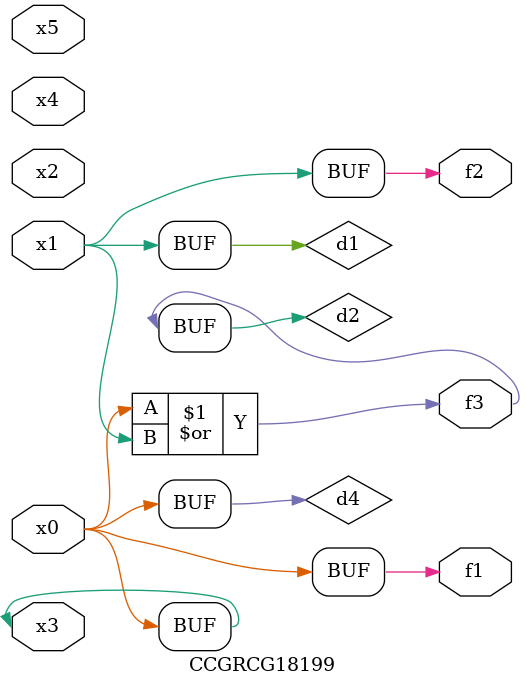
<source format=v>
module CCGRCG18199(
	input x0, x1, x2, x3, x4, x5,
	output f1, f2, f3
);

	wire d1, d2, d3, d4;

	and (d1, x1);
	or (d2, x0, x1);
	nand (d3, x0, x5);
	buf (d4, x0, x3);
	assign f1 = d4;
	assign f2 = d1;
	assign f3 = d2;
endmodule

</source>
